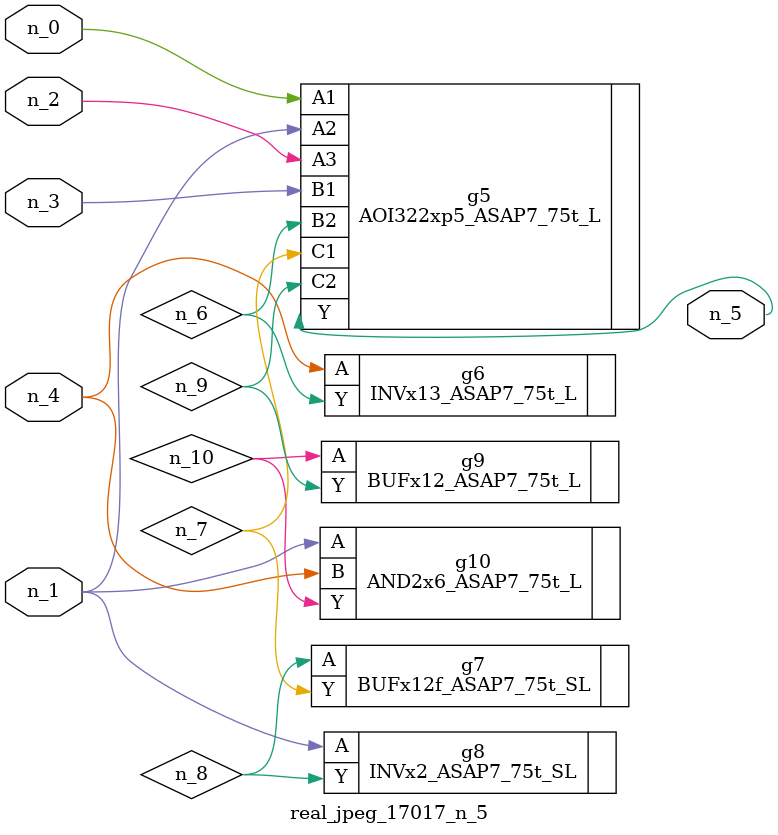
<source format=v>
module real_jpeg_17017_n_5 (n_4, n_0, n_1, n_2, n_3, n_5);

input n_4;
input n_0;
input n_1;
input n_2;
input n_3;

output n_5;

wire n_8;
wire n_6;
wire n_7;
wire n_10;
wire n_9;

AOI322xp5_ASAP7_75t_L g5 ( 
.A1(n_0),
.A2(n_1),
.A3(n_2),
.B1(n_3),
.B2(n_6),
.C1(n_7),
.C2(n_9),
.Y(n_5)
);

INVx2_ASAP7_75t_SL g8 ( 
.A(n_1),
.Y(n_8)
);

AND2x6_ASAP7_75t_L g10 ( 
.A(n_1),
.B(n_4),
.Y(n_10)
);

INVx13_ASAP7_75t_L g6 ( 
.A(n_4),
.Y(n_6)
);

BUFx12f_ASAP7_75t_SL g7 ( 
.A(n_8),
.Y(n_7)
);

BUFx12_ASAP7_75t_L g9 ( 
.A(n_10),
.Y(n_9)
);


endmodule
</source>
